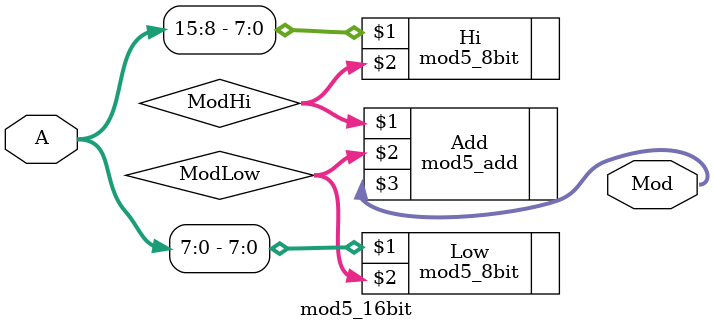
<source format=v>
module mod5_16bit(A, Mod);
  input [15:0] A;
  output [4:0] Mod;

  wire [4:0] ModHi;
  wire [4:0] ModLow;

  mod5_8bit Hi(A[15:8], ModHi);
  mod5_8bit Low(A[7:0], ModLow);

  // No need to do shift as (2**8) % 5 == 1
  mod5_add Add(ModHi, ModLow, Mod);
endmodule

</source>
